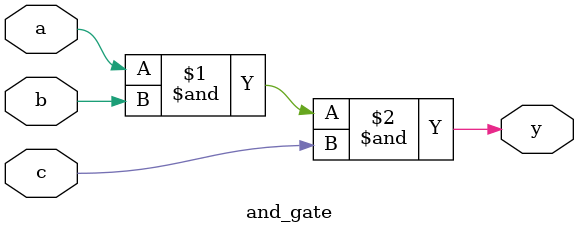
<source format=v>
module and_gate(a,b,c,y);

 input a,b,c;
 output y;

 assign y = a&b&c;

endmodule


</source>
